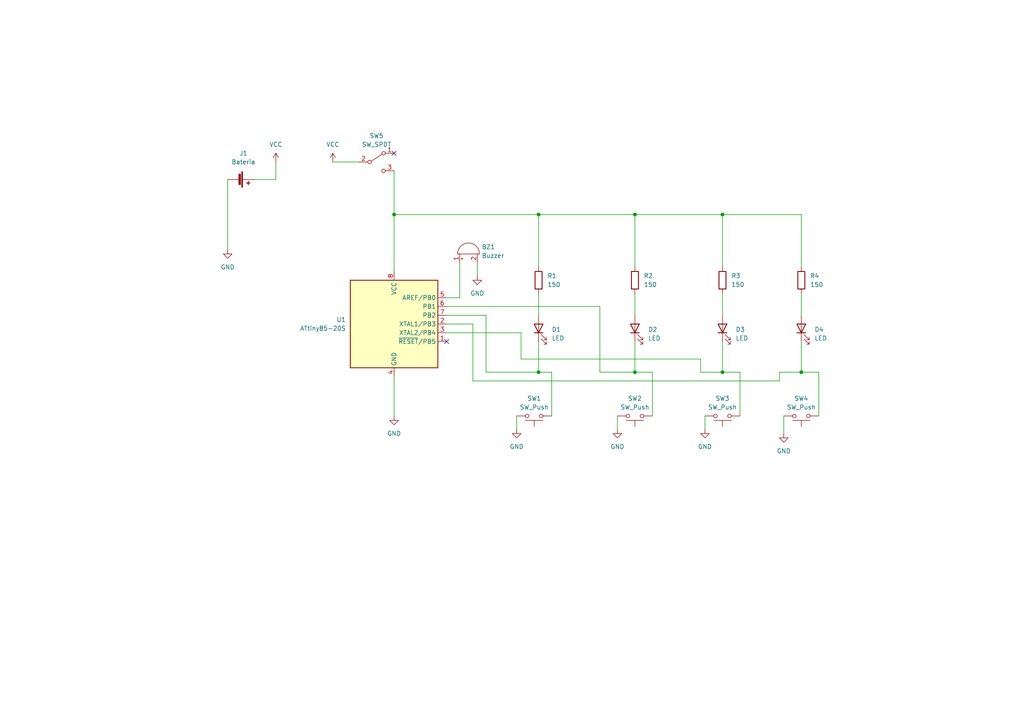
<source format=kicad_sch>
(kicad_sch (version 20211123) (generator eeschema)
  (paper "A4")
  (title_block (title "Simon Says Baby") (date "2022-08-23") (rev "1.0") (company "Frenchie Factory & Lab") (comment 1 "Renato Campoy") (comment 2 "Desenvolvido por:"))
  (lib_symbols
    (symbol "Device:Battery_Cell" (pin_numbers hide) (pin_names (offset 0) hide)
      (property "Reference" "BT" (at 2.54 2.54 0))
      (property "Value" "Battery_Cell" (at 2.54 0 0))
      (symbol "Battery_Cell_0_1"
        (rectangle (start -2.286 1.778) (end 2.286 1.524) (fill (type outline)))
        (rectangle (start -1.5748 1.1938) (end 1.4732 0.6858) (fill (type outline)))
        (polyline (pts (xy 0 0.762) (xy 0 0)))
        (polyline (pts (xy 0 1.778) (xy 0 2.54)))
        (polyline (pts (xy 0.508 3.429) (xy 1.524 3.429)) (stroke (width 0.254)))
        (polyline (pts (xy 1.016 3.937) (xy 1.016 2.921)) (stroke (width 0.254)))
      )
      (symbol "Battery_Cell_1_1"
        (pin passive line (at 0 5.08 270) (length 2.54) (name "+") (number "1"))
        (pin passive line (at 0 -2.54 90) (length 2.54) (name "-") (number "2"))
      )
    )
    (symbol "Device:Buzzer" (pin_names (offset 0.0254) hide)
      (property "Reference" "BZ" (at 3.81 1.27 0))
      (property "Value" "Buzzer" (at 3.81 -1.27 0))
      (symbol "Buzzer_0_1"
        (arc (start 0 -3.175) (mid 3.175 0) (end 0 3.175))
        (polyline (pts (xy -1.651 1.905) (xy -1.143 1.905)))
        (polyline (pts (xy -1.397 2.159) (xy -1.397 1.651)))
        (polyline (pts (xy 0 3.175) (xy 0 -3.175)))
      )
      (symbol "Buzzer_1_1"
        (pin passive line (at -2.54 2.54 0) (length 2.54) (name "-") (number "1"))
        (pin passive line (at -2.54 -2.54 0) (length 2.54) (name "+") (number "2"))
      )
    )
    (symbol "Device:LED" (pin_numbers hide) (pin_names (offset 1.016) hide)
      (property "Reference" "D" (at 0 2.54 0))
      (property "Value" "LED" (at 0 -2.54 0))
      (symbol "LED_0_1"
        (polyline (pts (xy -1.27 -1.27) (xy -1.27 1.27)) (stroke (width 0.254)))
        (polyline (pts (xy -1.27 0) (xy 1.27 0)))
        (polyline (pts (xy 1.27 -1.27) (xy 1.27 1.27) (xy -1.27 0) (xy 1.27 -1.27)) (stroke (width 0.254)))
        (polyline (pts (xy -3.048 -0.762) (xy -4.572 -2.286) (xy -3.81 -2.286) (xy -4.572 -2.286) (xy -4.572 -1.524)))
        (polyline (pts (xy -1.778 -0.762) (xy -3.302 -2.286) (xy -2.54 -2.286) (xy -3.302 -2.286) (xy -3.302 -1.524)))
      )
      (symbol "LED_1_1"
        (pin passive line (at -3.81 0 0) (length 2.54) (name "K") (number "1"))
        (pin passive line (at 3.81 0 180) (length 2.54) (name "A") (number "2"))
      )
    )
    (symbol "Device:R" (pin_numbers hide) (pin_names (offset 0))
      (property "Reference" "R" (at 2.032 0 90))
      (property "Value" "R" (at 0 0 90))
      (symbol "R_0_1"
        (rectangle (start -1.016 -2.54) (end 1.016 2.54) (stroke (width 0.254)))
      )
      (symbol "R_1_1"
        (pin passive line (at 0 3.81 270) (length 1.27) (name "~") (number "1"))
        (pin passive line (at 0 -3.81 90) (length 1.27) (name "~") (number "2"))
      )
    )
    (symbol "MCU_Microchip_ATtiny:ATtiny85-20S"
      (property "Reference" "U" (at -12.7 13.97 0))
      (property "Value" "ATtiny85-20S" (at 2.54 -13.97 0))
      (symbol "ATtiny85-20S_0_1"
        (rectangle (start -12.7 -12.7) (end 12.7 12.7) (stroke (width 0.254)) (fill (type background)))
      )
      (symbol "ATtiny85-20S_1_1"
        (pin bidirectional line (at 15.24 -5.08 180) (length 2.54) (name "~{RESET}/PB5") (number "1"))
        (pin bidirectional line (at 15.24 0 180) (length 2.54) (name "XTAL1/PB3") (number "2"))
        (pin bidirectional line (at 15.24 -2.54 180) (length 2.54) (name "XTAL2/PB4") (number "3"))
        (pin power_in line (at 0 -15.24 90) (length 2.54) (name "GND") (number "4"))
        (pin bidirectional line (at 15.24 7.62 180) (length 2.54) (name "AREF/PB0") (number "5"))
        (pin bidirectional line (at 15.24 5.08 180) (length 2.54) (name "PB1") (number "6"))
        (pin bidirectional line (at 15.24 2.54 180) (length 2.54) (name "PB2") (number "7"))
        (pin power_in line (at 0 15.24 270) (length 2.54) (name "VCC") (number "8"))
      )
    )
    (symbol "Switch:SW_Push" (pin_numbers hide) (pin_names (offset 1.016) hide)
      (property "Reference" "SW" (at 1.27 2.54 0))
      (property "Value" "SW_Push" (at 0 -1.524 0))
      (symbol "SW_Push_0_1"
        (circle (center -2.032 0) (radius 0.508))
        (polyline (pts (xy 0 1.27) (xy 0 3.048)))
        (polyline (pts (xy 2.54 1.27) (xy -2.54 1.27)))
        (circle (center 2.032 0) (radius 0.508))
        (pin passive line (at -5.08 0 0) (length 2.54) (name "1") (number "1"))
        (pin passive line (at 5.08 0 180) (length 2.54) (name "2") (number "2"))
      )
    )
    (symbol "Switch:SW_SPDT" (pin_names (offset 0) hide)
      (property "Reference" "SW" (at 0 4.318 0))
      (property "Value" "SW_SPDT" (at 0 -5.08 0))
      (symbol "SW_SPDT_0_0"
        (circle (center -2.032 0) (radius 0.508))
        (circle (center 2.032 -2.54) (radius 0.508))
      )
      (symbol "SW_SPDT_0_1"
        (polyline (pts (xy -1.524 0.254) (xy 1.651 2.286)))
        (circle (center 2.032 2.54) (radius 0.508))
      )
      (symbol "SW_SPDT_1_1"
        (pin passive line (at 5.08 2.54 180) (length 2.54) (name "A") (number "1"))
        (pin passive line (at -5.08 0 0) (length 2.54) (name "B") (number "2"))
        (pin passive line (at 5.08 -2.54 180) (length 2.54) (name "C") (number "3"))
      )
    )
    (symbol "power:GND" (power) (pin_names (offset 0))
      (property "Value" "GND" (at 0 -3.81 0))
      (symbol "GND_0_1"
        (polyline (pts (xy 0 0) (xy 0 -1.27) (xy 1.27 -1.27) (xy 0 -2.54) (xy -1.27 -1.27) (xy 0 -1.27)))
      )
      (symbol "GND_1_1"
        (pin power_in line (at 0 0 270) (length 0) hide (name "GND") (number "1"))
      )
    )
    (symbol "power:VCC" (power) (pin_names (offset 0))
      (property "Value" "VCC" (at 0 3.81 0))
      (symbol "VCC_0_1"
        (polyline (pts (xy -0.762 1.27) (xy 0 2.54)))
        (polyline (pts (xy 0 0) (xy 0 2.54)))
        (polyline (pts (xy 0 2.54) (xy 0.762 1.27)))
      )
      (symbol "VCC_1_1"
        (pin power_in line (at 0 0 90) (length 0) hide (name "VCC") (number "1"))
      )
    )
  )
  (junction (at 209.55 107.95))
  (junction (at 232.41 107.95))
  (junction (at 156.21 107.95))
  (junction (at 184.15 62.23))
  (junction (at 114.3 62.23))
  (junction (at 156.21 62.23))
  (junction (at 184.15 107.95))
  (junction (at 209.55 62.23))
  (no_connect (at 114.3 44.45))
  (no_connect (at 129.54 99.06))
  (wire (pts (xy 156.21 99.06) (xy 156.21 107.95)))
  (wire (pts (xy 140.97 107.95) (xy 156.21 107.95)))
  (wire (pts (xy 232.41 85.09) (xy 232.41 91.44)))
  (wire (pts (xy 209.55 99.06) (xy 209.55 107.95)))
  (wire (pts (xy 237.49 120.65) (xy 237.49 107.95)))
  (wire (pts (xy 214.63 107.95) (xy 209.55 107.95)))
  (wire (pts (xy 184.15 85.09) (xy 184.15 91.44)))
  (wire (pts (xy 173.99 107.95) (xy 184.15 107.95)))
  (wire (pts (xy 214.63 120.65) (xy 214.63 107.95)))
  (wire (pts (xy 184.15 62.23) (xy 209.55 62.23)))
  (wire (pts (xy 237.49 107.95) (xy 232.41 107.95)))
  (wire (pts (xy 138.43 76.2) (xy 138.43 80.01)))
  (wire (pts (xy 232.41 99.06) (xy 232.41 107.95)))
  (wire (pts (xy 96.52 46.99) (xy 104.14 46.99)))
  (wire (pts (xy 129.54 91.44) (xy 140.97 91.44)))
  (wire (pts (xy 156.21 85.09) (xy 156.21 91.44)))
  (wire (pts (xy 129.54 88.9) (xy 173.99 88.9)))
  (wire (pts (xy 114.3 109.22) (xy 114.3 120.65)))
  (wire (pts (xy 66.04 52.07) (xy 66.04 72.39)))
  (wire (pts (xy 133.35 76.2) (xy 133.35 86.36)))
  (wire (pts (xy 184.15 99.06) (xy 184.15 107.95)))
  (wire (pts (xy 203.2 107.95) (xy 209.55 107.95)))
  (wire (pts (xy 204.47 120.65) (xy 204.47 124.46)))
  (wire (pts (xy 156.21 107.95) (xy 160.02 107.95)))
  (wire (pts (xy 209.55 85.09) (xy 209.55 91.44)))
  (wire (pts (xy 133.35 86.36) (xy 129.54 86.36)))
  (wire (pts (xy 114.3 62.23) (xy 114.3 78.74)))
  (wire (pts (xy 173.99 88.9) (xy 173.99 107.95)))
  (wire (pts (xy 209.55 62.23) (xy 232.41 62.23)))
  (wire (pts (xy 203.2 104.14) (xy 203.2 107.95)))
  (wire (pts (xy 156.21 62.23) (xy 156.21 77.47)))
  (wire (pts (xy 137.16 110.49) (xy 226.06 110.49)))
  (wire (pts (xy 73.66 52.07) (xy 80.01 52.07)))
  (wire (pts (xy 151.13 104.14) (xy 203.2 104.14)))
  (wire (pts (xy 232.41 62.23) (xy 232.41 77.47)))
  (wire (pts (xy 140.97 91.44) (xy 140.97 107.95)))
  (wire (pts (xy 209.55 62.23) (xy 209.55 77.47)))
  (wire (pts (xy 149.86 120.65) (xy 149.86 124.46)))
  (wire (pts (xy 226.06 107.95) (xy 232.41 107.95)))
  (wire (pts (xy 179.07 120.65) (xy 179.07 124.46)))
  (wire (pts (xy 129.54 96.52) (xy 151.13 96.52)))
  (wire (pts (xy 80.01 46.99) (xy 80.01 52.07)))
  (wire (pts (xy 137.16 93.98) (xy 137.16 110.49)))
  (wire (pts (xy 189.23 107.95) (xy 184.15 107.95)))
  (wire (pts (xy 189.23 120.65) (xy 189.23 107.95)))
  (wire (pts (xy 129.54 93.98) (xy 137.16 93.98)))
  (wire (pts (xy 114.3 62.23) (xy 156.21 62.23)))
  (wire (pts (xy 156.21 62.23) (xy 184.15 62.23)))
  (wire (pts (xy 151.13 96.52) (xy 151.13 104.14)))
  (wire (pts (xy 227.33 120.65) (xy 227.33 125.73)))
  (wire (pts (xy 160.02 120.65) (xy 160.02 107.95)))
  (wire (pts (xy 184.15 62.23) (xy 184.15 77.47)))
  (wire (pts (xy 114.3 49.53) (xy 114.3 62.23)))
  (wire (pts (xy 226.06 110.49) (xy 226.06 107.95)))
  (symbol (lib_id "Device:R") (at 209.55 81.28 0) (unit 1)
    (property "Reference" "R3" (at 212.09 80.0099 0) (effects (justify left)))
    (property "Value" "150" (at 212.09 82.5499 0) (effects (justify left)))
    (property "Footprint" "Resistor_SMD:R_0805_2012Metric" (effects hide))
  )
  (symbol (lib_id "Device:LED") (at 232.41 95.25 90) (unit 1)
    (property "Reference" "D4" (at 236.22 95.5674 90) (effects (justify right)))
    (property "Value" "LED" (at 236.22 98.1074 90) (effects (justify right)))
    (property "Footprint" "LED_SMD:LED_0805_2012Metric" (effects hide))
  )
  (symbol (lib_id "Switch:SW_Push") (at 154.94 120.65 180) (unit 1)
    (property "Reference" "SW1" (at 154.94 115.57 0))
    (property "Value" "SW_Push" (at 154.94 118.11 0))
    (property "Footprint" "5-1437565-0 (btn smd):SW_5-1437565-0" (effects hide))
  )
  (symbol (lib_id "Device:R") (at 184.15 81.28 0) (unit 1)
    (property "Reference" "R2" (at 186.69 80.0099 0) (effects (justify left)))
    (property "Value" "150" (at 186.69 82.5499 0) (effects (justify left)))
    (property "Footprint" "Resistor_SMD:R_0805_2012Metric" (effects hide))
  )
  (symbol (lib_id "Device:R") (at 232.41 81.28 0) (unit 1)
    (property "Reference" "R4" (at 234.95 80.0099 0) (effects (justify left)))
    (property "Value" "150" (at 234.95 82.5499 0) (effects (justify left)))
    (property "Footprint" "Resistor_SMD:R_0805_2012Metric" (effects hide))
  )
  (symbol (lib_id "Switch:SW_Push") (at 184.15 120.65 180) (unit 1)
    (property "Reference" "SW2" (at 184.15 115.57 0))
    (property "Value" "SW_Push" (at 184.15 118.11 0))
    (property "Footprint" "5-1437565-0 (btn smd):SW_5-1437565-0" (effects hide))
  )
  (symbol (lib_id "Device:LED") (at 184.15 95.25 90) (unit 1)
    (property "Reference" "D2" (at 187.96 95.5674 90) (effects (justify right)))
    (property "Value" "LED" (at 187.96 98.1074 90) (effects (justify right)))
    (property "Footprint" "LED_SMD:LED_0805_2012Metric" (effects hide))
  )
  (symbol (lib_id "Device:Battery_Cell") (at 68.58 52.07 270) (unit 1)
    (property "Reference" "J1" (at 70.612 44.45 90))
    (property "Value" "Bateria" (at 70.612 46.99 90))
    (property "Footprint" "BS-7 (suporte bateria):BAT_BS-7" (effects hide))
  )
  (symbol (lib_id "Switch:SW_Push") (at 232.41 120.65 180) (unit 1)
    (property "Reference" "SW4" (at 232.41 115.57 0))
    (property "Value" "SW_Push" (at 232.41 118.11 0))
    (property "Footprint" "5-1437565-0 (btn smd):SW_5-1437565-0" (effects hide))
  )
  (symbol (lib_id "power:GND") (at 227.33 125.73 0) (unit 1)
    (property "Reference" "#PWR06" (effects hide))
    (property "Value" "GND" (at 227.33 130.81 0))
  )
  (symbol (lib_id "Device:LED") (at 156.21 95.25 90) (unit 1)
    (property "Reference" "D1" (at 160.02 95.5674 90) (effects (justify right)))
    (property "Value" "LED" (at 160.02 98.1074 90) (effects (justify right)))
    (property "Footprint" "LED_SMD:LED_0805_2012Metric" (effects hide))
  )
  (symbol (lib_id "power:GND") (at 138.43 80.01 0) (unit 1)
    (property "Reference" "#PWR02" (effects hide))
    (property "Value" "GND" (at 138.43 85.09 0))
  )
  (symbol (lib_id "power:VCC") (at 96.52 46.99 0) (unit 1)
    (property "Reference" "#PWR08" (effects hide))
    (property "Value" "VCC" (at 96.52 41.91 0))
  )
  (symbol (lib_id "Switch:SW_Push") (at 209.55 120.65 180) (unit 1)
    (property "Reference" "SW3" (at 209.55 115.57 0))
    (property "Value" "SW_Push" (at 209.55 118.11 0))
    (property "Footprint" "5-1437565-0 (btn smd):SW_5-1437565-0" (effects hide))
  )
  (symbol (lib_id "power:GND") (at 179.07 124.46 0) (unit 1)
    (property "Reference" "#PWR04" (effects hide))
    (property "Value" "GND" (at 179.07 129.54 0))
  )
  (symbol (lib_id "power:GND") (at 149.86 124.46 0) (unit 1)
    (property "Reference" "#PWR03" (effects hide))
    (property "Value" "GND" (at 149.86 129.54 0))
  )
  (symbol (lib_id "power:GND") (at 66.04 72.39 0) (unit 1)
    (property "Reference" "#PWR0101" (effects hide))
    (property "Value" "GND" (at 66.04 77.47 0))
  )
  (symbol (lib_id "MCU_Microchip_ATtiny:ATtiny85-20S") (at 114.3 93.98 0) (unit 1)
    (property "Reference" "U1" (at 100.33 92.7099 0) (effects (justify right)))
    (property "Value" "ATtiny85-20S" (at 100.33 95.2499 0) (effects (justify right)))
    (property "Footprint" "Package_SO:SOIC-8W_5.3x5.3mm_P1.27mm" (effects hide))
    (property "Datasheet" "http://ww1.microchip.com/downloads/en/DeviceDoc/atmel-2586-avr-8-bit-microcontroller-attiny25-attiny45-attiny85_datasheet.pdf" (effects hide))
  )
  (symbol (lib_id "power:GND") (at 114.3 120.65 0) (unit 1)
    (property "Reference" "#PWR01" (effects hide))
    (property "Value" "GND" (at 114.3 125.73 0))
  )
  (symbol (lib_id "Switch:SW_SPDT") (at 109.22 46.99 0) (unit 1)
    (property "Reference" "SW5" (at 109.22 39.37 0))
    (property "Value" "SW_SPDT" (at 109.22 41.91 0))
    (property "Footprint" "Button_Switch_SMD:SW_SPDT_CK-JS102011SAQN" (effects hide))
  )
  (symbol (lib_id "Device:LED") (at 209.55 95.25 90) (unit 1)
    (property "Reference" "D3" (at 213.36 95.5674 90) (effects (justify right)))
    (property "Value" "LED" (at 213.36 98.1074 90) (effects (justify right)))
    (property "Footprint" "LED_SMD:LED_0805_2012Metric" (effects hide))
  )
  (symbol (lib_id "Device:Buzzer") (at 135.89 73.66 90) (unit 1)
    (property "Reference" "BZ1" (at 139.7 71.6279 90) (effects (justify right)))
    (property "Value" "Buzzer" (at 139.7 74.1679 90) (effects (justify right)))
    (property "Footprint" "Buzzer_Beeper:Buzzer_12x9.5RM7.6" (effects hide))
  )
  (symbol (lib_id "power:GND") (at 204.47 124.46 0) (unit 1)
    (property "Reference" "#PWR05" (effects hide))
    (property "Value" "GND" (at 204.47 129.54 0))
  )
  (symbol (lib_id "power:VCC") (at 80.01 46.99 0) (unit 1)
    (property "Reference" "#PWR07" (effects hide))
    (property "Value" "VCC" (at 80.01 41.91 0))
  )
  (symbol (lib_id "Device:R") (at 156.21 81.28 0) (unit 1)
    (property "Reference" "R1" (at 158.75 80.0099 0) (effects (justify left)))
    (property "Value" "150" (at 158.75 82.5499 0) (effects (justify left)))
    (property "Footprint" "Resistor_SMD:R_0805_2012Metric" (effects hide))
  )
)
</source>
